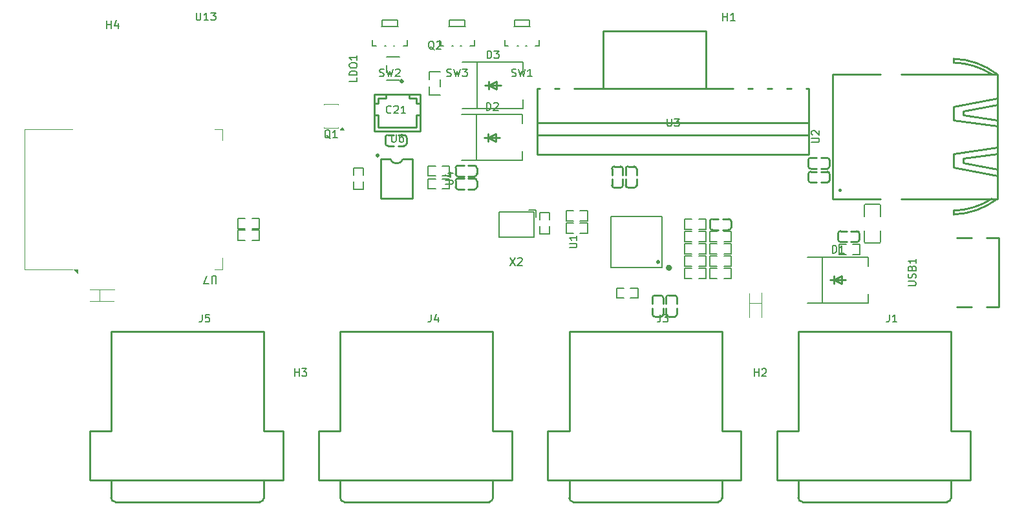
<source format=gbr>
%TF.GenerationSoftware,KiCad,Pcbnew,9.0.6*%
%TF.CreationDate,2026-01-03T23:52:13+01:00*%
%TF.ProjectId,Artnet-Node,4172746e-6574-42d4-9e6f-64652e6b6963,rev?*%
%TF.SameCoordinates,Original*%
%TF.FileFunction,Legend,Top*%
%TF.FilePolarity,Positive*%
%FSLAX46Y46*%
G04 Gerber Fmt 4.6, Leading zero omitted, Abs format (unit mm)*
G04 Created by KiCad (PCBNEW 9.0.6) date 2026-01-03 23:52:13*
%MOMM*%
%LPD*%
G01*
G04 APERTURE LIST*
%ADD10C,0.150000*%
%ADD11C,0.250000*%
%ADD12C,0.400000*%
%ADD13C,0.120000*%
%ADD14C,0.200000*%
%ADD15C,0.300000*%
%ADD16C,0.080000*%
G04 APERTURE END LIST*
D10*
X113416666Y-124204819D02*
X113416666Y-124919104D01*
X113416666Y-124919104D02*
X113369047Y-125061961D01*
X113369047Y-125061961D02*
X113273809Y-125157200D01*
X113273809Y-125157200D02*
X113130952Y-125204819D01*
X113130952Y-125204819D02*
X113035714Y-125204819D01*
X114369047Y-124204819D02*
X113892857Y-124204819D01*
X113892857Y-124204819D02*
X113845238Y-124681009D01*
X113845238Y-124681009D02*
X113892857Y-124633390D01*
X113892857Y-124633390D02*
X113988095Y-124585771D01*
X113988095Y-124585771D02*
X114226190Y-124585771D01*
X114226190Y-124585771D02*
X114321428Y-124633390D01*
X114321428Y-124633390D02*
X114369047Y-124681009D01*
X114369047Y-124681009D02*
X114416666Y-124776247D01*
X114416666Y-124776247D02*
X114416666Y-125014342D01*
X114416666Y-125014342D02*
X114369047Y-125109580D01*
X114369047Y-125109580D02*
X114321428Y-125157200D01*
X114321428Y-125157200D02*
X114226190Y-125204819D01*
X114226190Y-125204819D02*
X113988095Y-125204819D01*
X113988095Y-125204819D02*
X113892857Y-125157200D01*
X113892857Y-125157200D02*
X113845238Y-125109580D01*
X143416666Y-124204819D02*
X143416666Y-124919104D01*
X143416666Y-124919104D02*
X143369047Y-125061961D01*
X143369047Y-125061961D02*
X143273809Y-125157200D01*
X143273809Y-125157200D02*
X143130952Y-125204819D01*
X143130952Y-125204819D02*
X143035714Y-125204819D01*
X144321428Y-124538152D02*
X144321428Y-125204819D01*
X144083333Y-124157200D02*
X143845238Y-124871485D01*
X143845238Y-124871485D02*
X144464285Y-124871485D01*
X173416666Y-124204819D02*
X173416666Y-124919104D01*
X173416666Y-124919104D02*
X173369047Y-125061961D01*
X173369047Y-125061961D02*
X173273809Y-125157200D01*
X173273809Y-125157200D02*
X173130952Y-125204819D01*
X173130952Y-125204819D02*
X173035714Y-125204819D01*
X173797619Y-124204819D02*
X174416666Y-124204819D01*
X174416666Y-124204819D02*
X174083333Y-124585771D01*
X174083333Y-124585771D02*
X174226190Y-124585771D01*
X174226190Y-124585771D02*
X174321428Y-124633390D01*
X174321428Y-124633390D02*
X174369047Y-124681009D01*
X174369047Y-124681009D02*
X174416666Y-124776247D01*
X174416666Y-124776247D02*
X174416666Y-125014342D01*
X174416666Y-125014342D02*
X174369047Y-125109580D01*
X174369047Y-125109580D02*
X174321428Y-125157200D01*
X174321428Y-125157200D02*
X174226190Y-125204819D01*
X174226190Y-125204819D02*
X173940476Y-125204819D01*
X173940476Y-125204819D02*
X173845238Y-125157200D01*
X173845238Y-125157200D02*
X173797619Y-125109580D01*
X203416666Y-124204819D02*
X203416666Y-124919104D01*
X203416666Y-124919104D02*
X203369047Y-125061961D01*
X203369047Y-125061961D02*
X203273809Y-125157200D01*
X203273809Y-125157200D02*
X203130952Y-125204819D01*
X203130952Y-125204819D02*
X203035714Y-125204819D01*
X204416666Y-125204819D02*
X203845238Y-125204819D01*
X204130952Y-125204819D02*
X204130952Y-124204819D01*
X204130952Y-124204819D02*
X204035714Y-124347676D01*
X204035714Y-124347676D02*
X203940476Y-124442914D01*
X203940476Y-124442914D02*
X203845238Y-124490533D01*
X181638095Y-85704819D02*
X181638095Y-84704819D01*
X181638095Y-85181009D02*
X182209523Y-85181009D01*
X182209523Y-85704819D02*
X182209523Y-84704819D01*
X183209523Y-85704819D02*
X182638095Y-85704819D01*
X182923809Y-85704819D02*
X182923809Y-84704819D01*
X182923809Y-84704819D02*
X182828571Y-84847676D01*
X182828571Y-84847676D02*
X182733333Y-84942914D01*
X182733333Y-84942914D02*
X182638095Y-84990533D01*
X185738095Y-132304819D02*
X185738095Y-131304819D01*
X185738095Y-131781009D02*
X186309523Y-131781009D01*
X186309523Y-132304819D02*
X186309523Y-131304819D01*
X186738095Y-131400057D02*
X186785714Y-131352438D01*
X186785714Y-131352438D02*
X186880952Y-131304819D01*
X186880952Y-131304819D02*
X187119047Y-131304819D01*
X187119047Y-131304819D02*
X187214285Y-131352438D01*
X187214285Y-131352438D02*
X187261904Y-131400057D01*
X187261904Y-131400057D02*
X187309523Y-131495295D01*
X187309523Y-131495295D02*
X187309523Y-131590533D01*
X187309523Y-131590533D02*
X187261904Y-131733390D01*
X187261904Y-131733390D02*
X186690476Y-132304819D01*
X186690476Y-132304819D02*
X187309523Y-132304819D01*
X125538095Y-132304819D02*
X125538095Y-131304819D01*
X125538095Y-131781009D02*
X126109523Y-131781009D01*
X126109523Y-132304819D02*
X126109523Y-131304819D01*
X126490476Y-131304819D02*
X127109523Y-131304819D01*
X127109523Y-131304819D02*
X126776190Y-131685771D01*
X126776190Y-131685771D02*
X126919047Y-131685771D01*
X126919047Y-131685771D02*
X127014285Y-131733390D01*
X127014285Y-131733390D02*
X127061904Y-131781009D01*
X127061904Y-131781009D02*
X127109523Y-131876247D01*
X127109523Y-131876247D02*
X127109523Y-132114342D01*
X127109523Y-132114342D02*
X127061904Y-132209580D01*
X127061904Y-132209580D02*
X127014285Y-132257200D01*
X127014285Y-132257200D02*
X126919047Y-132304819D01*
X126919047Y-132304819D02*
X126633333Y-132304819D01*
X126633333Y-132304819D02*
X126538095Y-132257200D01*
X126538095Y-132257200D02*
X126490476Y-132209580D01*
X100938095Y-86704819D02*
X100938095Y-85704819D01*
X100938095Y-86181009D02*
X101509523Y-86181009D01*
X101509523Y-86704819D02*
X101509523Y-85704819D01*
X102414285Y-86038152D02*
X102414285Y-86704819D01*
X102176190Y-85657200D02*
X101938095Y-86371485D01*
X101938095Y-86371485D02*
X102557142Y-86371485D01*
X153966667Y-92987200D02*
X154109524Y-93034819D01*
X154109524Y-93034819D02*
X154347619Y-93034819D01*
X154347619Y-93034819D02*
X154442857Y-92987200D01*
X154442857Y-92987200D02*
X154490476Y-92939580D01*
X154490476Y-92939580D02*
X154538095Y-92844342D01*
X154538095Y-92844342D02*
X154538095Y-92749104D01*
X154538095Y-92749104D02*
X154490476Y-92653866D01*
X154490476Y-92653866D02*
X154442857Y-92606247D01*
X154442857Y-92606247D02*
X154347619Y-92558628D01*
X154347619Y-92558628D02*
X154157143Y-92511009D01*
X154157143Y-92511009D02*
X154061905Y-92463390D01*
X154061905Y-92463390D02*
X154014286Y-92415771D01*
X154014286Y-92415771D02*
X153966667Y-92320533D01*
X153966667Y-92320533D02*
X153966667Y-92225295D01*
X153966667Y-92225295D02*
X154014286Y-92130057D01*
X154014286Y-92130057D02*
X154061905Y-92082438D01*
X154061905Y-92082438D02*
X154157143Y-92034819D01*
X154157143Y-92034819D02*
X154395238Y-92034819D01*
X154395238Y-92034819D02*
X154538095Y-92082438D01*
X154871429Y-92034819D02*
X155109524Y-93034819D01*
X155109524Y-93034819D02*
X155300000Y-92320533D01*
X155300000Y-92320533D02*
X155490476Y-93034819D01*
X155490476Y-93034819D02*
X155728572Y-92034819D01*
X156633333Y-93034819D02*
X156061905Y-93034819D01*
X156347619Y-93034819D02*
X156347619Y-92034819D01*
X156347619Y-92034819D02*
X156252381Y-92177676D01*
X156252381Y-92177676D02*
X156157143Y-92272914D01*
X156157143Y-92272914D02*
X156061905Y-92320533D01*
X136666667Y-92987200D02*
X136809524Y-93034819D01*
X136809524Y-93034819D02*
X137047619Y-93034819D01*
X137047619Y-93034819D02*
X137142857Y-92987200D01*
X137142857Y-92987200D02*
X137190476Y-92939580D01*
X137190476Y-92939580D02*
X137238095Y-92844342D01*
X137238095Y-92844342D02*
X137238095Y-92749104D01*
X137238095Y-92749104D02*
X137190476Y-92653866D01*
X137190476Y-92653866D02*
X137142857Y-92606247D01*
X137142857Y-92606247D02*
X137047619Y-92558628D01*
X137047619Y-92558628D02*
X136857143Y-92511009D01*
X136857143Y-92511009D02*
X136761905Y-92463390D01*
X136761905Y-92463390D02*
X136714286Y-92415771D01*
X136714286Y-92415771D02*
X136666667Y-92320533D01*
X136666667Y-92320533D02*
X136666667Y-92225295D01*
X136666667Y-92225295D02*
X136714286Y-92130057D01*
X136714286Y-92130057D02*
X136761905Y-92082438D01*
X136761905Y-92082438D02*
X136857143Y-92034819D01*
X136857143Y-92034819D02*
X137095238Y-92034819D01*
X137095238Y-92034819D02*
X137238095Y-92082438D01*
X137571429Y-92034819D02*
X137809524Y-93034819D01*
X137809524Y-93034819D02*
X138000000Y-92320533D01*
X138000000Y-92320533D02*
X138190476Y-93034819D01*
X138190476Y-93034819D02*
X138428572Y-92034819D01*
X138761905Y-92130057D02*
X138809524Y-92082438D01*
X138809524Y-92082438D02*
X138904762Y-92034819D01*
X138904762Y-92034819D02*
X139142857Y-92034819D01*
X139142857Y-92034819D02*
X139238095Y-92082438D01*
X139238095Y-92082438D02*
X139285714Y-92130057D01*
X139285714Y-92130057D02*
X139333333Y-92225295D01*
X139333333Y-92225295D02*
X139333333Y-92320533D01*
X139333333Y-92320533D02*
X139285714Y-92463390D01*
X139285714Y-92463390D02*
X138714286Y-93034819D01*
X138714286Y-93034819D02*
X139333333Y-93034819D01*
X145466667Y-92987200D02*
X145609524Y-93034819D01*
X145609524Y-93034819D02*
X145847619Y-93034819D01*
X145847619Y-93034819D02*
X145942857Y-92987200D01*
X145942857Y-92987200D02*
X145990476Y-92939580D01*
X145990476Y-92939580D02*
X146038095Y-92844342D01*
X146038095Y-92844342D02*
X146038095Y-92749104D01*
X146038095Y-92749104D02*
X145990476Y-92653866D01*
X145990476Y-92653866D02*
X145942857Y-92606247D01*
X145942857Y-92606247D02*
X145847619Y-92558628D01*
X145847619Y-92558628D02*
X145657143Y-92511009D01*
X145657143Y-92511009D02*
X145561905Y-92463390D01*
X145561905Y-92463390D02*
X145514286Y-92415771D01*
X145514286Y-92415771D02*
X145466667Y-92320533D01*
X145466667Y-92320533D02*
X145466667Y-92225295D01*
X145466667Y-92225295D02*
X145514286Y-92130057D01*
X145514286Y-92130057D02*
X145561905Y-92082438D01*
X145561905Y-92082438D02*
X145657143Y-92034819D01*
X145657143Y-92034819D02*
X145895238Y-92034819D01*
X145895238Y-92034819D02*
X146038095Y-92082438D01*
X146371429Y-92034819D02*
X146609524Y-93034819D01*
X146609524Y-93034819D02*
X146800000Y-92320533D01*
X146800000Y-92320533D02*
X146990476Y-93034819D01*
X146990476Y-93034819D02*
X147228572Y-92034819D01*
X147514286Y-92034819D02*
X148133333Y-92034819D01*
X148133333Y-92034819D02*
X147800000Y-92415771D01*
X147800000Y-92415771D02*
X147942857Y-92415771D01*
X147942857Y-92415771D02*
X148038095Y-92463390D01*
X148038095Y-92463390D02*
X148085714Y-92511009D01*
X148085714Y-92511009D02*
X148133333Y-92606247D01*
X148133333Y-92606247D02*
X148133333Y-92844342D01*
X148133333Y-92844342D02*
X148085714Y-92939580D01*
X148085714Y-92939580D02*
X148038095Y-92987200D01*
X148038095Y-92987200D02*
X147942857Y-93034819D01*
X147942857Y-93034819D02*
X147657143Y-93034819D01*
X147657143Y-93034819D02*
X147561905Y-92987200D01*
X147561905Y-92987200D02*
X147514286Y-92939580D01*
X193234819Y-101661904D02*
X194044342Y-101661904D01*
X194044342Y-101661904D02*
X194139580Y-101614285D01*
X194139580Y-101614285D02*
X194187200Y-101566666D01*
X194187200Y-101566666D02*
X194234819Y-101471428D01*
X194234819Y-101471428D02*
X194234819Y-101280952D01*
X194234819Y-101280952D02*
X194187200Y-101185714D01*
X194187200Y-101185714D02*
X194139580Y-101138095D01*
X194139580Y-101138095D02*
X194044342Y-101090476D01*
X194044342Y-101090476D02*
X193234819Y-101090476D01*
X193330057Y-100661904D02*
X193282438Y-100614285D01*
X193282438Y-100614285D02*
X193234819Y-100519047D01*
X193234819Y-100519047D02*
X193234819Y-100280952D01*
X193234819Y-100280952D02*
X193282438Y-100185714D01*
X193282438Y-100185714D02*
X193330057Y-100138095D01*
X193330057Y-100138095D02*
X193425295Y-100090476D01*
X193425295Y-100090476D02*
X193520533Y-100090476D01*
X193520533Y-100090476D02*
X193663390Y-100138095D01*
X193663390Y-100138095D02*
X194234819Y-100709523D01*
X194234819Y-100709523D02*
X194234819Y-100090476D01*
X145254819Y-107171904D02*
X146064342Y-107171904D01*
X146064342Y-107171904D02*
X146159580Y-107124285D01*
X146159580Y-107124285D02*
X146207200Y-107076666D01*
X146207200Y-107076666D02*
X146254819Y-106981428D01*
X146254819Y-106981428D02*
X146254819Y-106790952D01*
X146254819Y-106790952D02*
X146207200Y-106695714D01*
X146207200Y-106695714D02*
X146159580Y-106648095D01*
X146159580Y-106648095D02*
X146064342Y-106600476D01*
X146064342Y-106600476D02*
X145254819Y-106600476D01*
X145588152Y-105695714D02*
X146254819Y-105695714D01*
X145207200Y-105933809D02*
X145921485Y-106171904D01*
X145921485Y-106171904D02*
X145921485Y-105552857D01*
X115261904Y-120145180D02*
X115261904Y-119335657D01*
X115261904Y-119335657D02*
X115214285Y-119240419D01*
X115214285Y-119240419D02*
X115166666Y-119192800D01*
X115166666Y-119192800D02*
X115071428Y-119145180D01*
X115071428Y-119145180D02*
X114880952Y-119145180D01*
X114880952Y-119145180D02*
X114785714Y-119192800D01*
X114785714Y-119192800D02*
X114738095Y-119240419D01*
X114738095Y-119240419D02*
X114690476Y-119335657D01*
X114690476Y-119335657D02*
X114690476Y-120145180D01*
X114309523Y-120145180D02*
X113642857Y-120145180D01*
X113642857Y-120145180D02*
X114071428Y-119145180D01*
X205892319Y-120438094D02*
X206701842Y-120438094D01*
X206701842Y-120438094D02*
X206797080Y-120390475D01*
X206797080Y-120390475D02*
X206844700Y-120342856D01*
X206844700Y-120342856D02*
X206892319Y-120247618D01*
X206892319Y-120247618D02*
X206892319Y-120057142D01*
X206892319Y-120057142D02*
X206844700Y-119961904D01*
X206844700Y-119961904D02*
X206797080Y-119914285D01*
X206797080Y-119914285D02*
X206701842Y-119866666D01*
X206701842Y-119866666D02*
X205892319Y-119866666D01*
X206844700Y-119438094D02*
X206892319Y-119295237D01*
X206892319Y-119295237D02*
X206892319Y-119057142D01*
X206892319Y-119057142D02*
X206844700Y-118961904D01*
X206844700Y-118961904D02*
X206797080Y-118914285D01*
X206797080Y-118914285D02*
X206701842Y-118866666D01*
X206701842Y-118866666D02*
X206606604Y-118866666D01*
X206606604Y-118866666D02*
X206511366Y-118914285D01*
X206511366Y-118914285D02*
X206463747Y-118961904D01*
X206463747Y-118961904D02*
X206416128Y-119057142D01*
X206416128Y-119057142D02*
X206368509Y-119247618D01*
X206368509Y-119247618D02*
X206320890Y-119342856D01*
X206320890Y-119342856D02*
X206273271Y-119390475D01*
X206273271Y-119390475D02*
X206178033Y-119438094D01*
X206178033Y-119438094D02*
X206082795Y-119438094D01*
X206082795Y-119438094D02*
X205987557Y-119390475D01*
X205987557Y-119390475D02*
X205939938Y-119342856D01*
X205939938Y-119342856D02*
X205892319Y-119247618D01*
X205892319Y-119247618D02*
X205892319Y-119009523D01*
X205892319Y-119009523D02*
X205939938Y-118866666D01*
X206368509Y-118104761D02*
X206416128Y-117961904D01*
X206416128Y-117961904D02*
X206463747Y-117914285D01*
X206463747Y-117914285D02*
X206558985Y-117866666D01*
X206558985Y-117866666D02*
X206701842Y-117866666D01*
X206701842Y-117866666D02*
X206797080Y-117914285D01*
X206797080Y-117914285D02*
X206844700Y-117961904D01*
X206844700Y-117961904D02*
X206892319Y-118057142D01*
X206892319Y-118057142D02*
X206892319Y-118438094D01*
X206892319Y-118438094D02*
X205892319Y-118438094D01*
X205892319Y-118438094D02*
X205892319Y-118104761D01*
X205892319Y-118104761D02*
X205939938Y-118009523D01*
X205939938Y-118009523D02*
X205987557Y-117961904D01*
X205987557Y-117961904D02*
X206082795Y-117914285D01*
X206082795Y-117914285D02*
X206178033Y-117914285D01*
X206178033Y-117914285D02*
X206273271Y-117961904D01*
X206273271Y-117961904D02*
X206320890Y-118009523D01*
X206320890Y-118009523D02*
X206368509Y-118104761D01*
X206368509Y-118104761D02*
X206368509Y-118438094D01*
X206892319Y-116914285D02*
X206892319Y-117485713D01*
X206892319Y-117199999D02*
X205892319Y-117199999D01*
X205892319Y-117199999D02*
X206035176Y-117295237D01*
X206035176Y-117295237D02*
X206130414Y-117390475D01*
X206130414Y-117390475D02*
X206178033Y-117485713D01*
X161504819Y-115461904D02*
X162314342Y-115461904D01*
X162314342Y-115461904D02*
X162409580Y-115414285D01*
X162409580Y-115414285D02*
X162457200Y-115366666D01*
X162457200Y-115366666D02*
X162504819Y-115271428D01*
X162504819Y-115271428D02*
X162504819Y-115080952D01*
X162504819Y-115080952D02*
X162457200Y-114985714D01*
X162457200Y-114985714D02*
X162409580Y-114938095D01*
X162409580Y-114938095D02*
X162314342Y-114890476D01*
X162314342Y-114890476D02*
X161504819Y-114890476D01*
X162504819Y-113890476D02*
X162504819Y-114461904D01*
X162504819Y-114176190D02*
X161504819Y-114176190D01*
X161504819Y-114176190D02*
X161647676Y-114271428D01*
X161647676Y-114271428D02*
X161742914Y-114366666D01*
X161742914Y-114366666D02*
X161790533Y-114461904D01*
X133704819Y-93190476D02*
X133704819Y-93666666D01*
X133704819Y-93666666D02*
X132704819Y-93666666D01*
X133704819Y-92857142D02*
X132704819Y-92857142D01*
X132704819Y-92857142D02*
X132704819Y-92619047D01*
X132704819Y-92619047D02*
X132752438Y-92476190D01*
X132752438Y-92476190D02*
X132847676Y-92380952D01*
X132847676Y-92380952D02*
X132942914Y-92333333D01*
X132942914Y-92333333D02*
X133133390Y-92285714D01*
X133133390Y-92285714D02*
X133276247Y-92285714D01*
X133276247Y-92285714D02*
X133466723Y-92333333D01*
X133466723Y-92333333D02*
X133561961Y-92380952D01*
X133561961Y-92380952D02*
X133657200Y-92476190D01*
X133657200Y-92476190D02*
X133704819Y-92619047D01*
X133704819Y-92619047D02*
X133704819Y-92857142D01*
X132704819Y-91666666D02*
X132704819Y-91476190D01*
X132704819Y-91476190D02*
X132752438Y-91380952D01*
X132752438Y-91380952D02*
X132847676Y-91285714D01*
X132847676Y-91285714D02*
X133038152Y-91238095D01*
X133038152Y-91238095D02*
X133371485Y-91238095D01*
X133371485Y-91238095D02*
X133561961Y-91285714D01*
X133561961Y-91285714D02*
X133657200Y-91380952D01*
X133657200Y-91380952D02*
X133704819Y-91476190D01*
X133704819Y-91476190D02*
X133704819Y-91666666D01*
X133704819Y-91666666D02*
X133657200Y-91761904D01*
X133657200Y-91761904D02*
X133561961Y-91857142D01*
X133561961Y-91857142D02*
X133371485Y-91904761D01*
X133371485Y-91904761D02*
X133038152Y-91904761D01*
X133038152Y-91904761D02*
X132847676Y-91857142D01*
X132847676Y-91857142D02*
X132752438Y-91761904D01*
X132752438Y-91761904D02*
X132704819Y-91666666D01*
X133704819Y-90285714D02*
X133704819Y-90857142D01*
X133704819Y-90571428D02*
X132704819Y-90571428D01*
X132704819Y-90571428D02*
X132847676Y-90666666D01*
X132847676Y-90666666D02*
X132942914Y-90761904D01*
X132942914Y-90761904D02*
X132990533Y-90857142D01*
X143804761Y-89500057D02*
X143709523Y-89452438D01*
X143709523Y-89452438D02*
X143614285Y-89357200D01*
X143614285Y-89357200D02*
X143471428Y-89214342D01*
X143471428Y-89214342D02*
X143376190Y-89166723D01*
X143376190Y-89166723D02*
X143280952Y-89166723D01*
X143328571Y-89404819D02*
X143233333Y-89357200D01*
X143233333Y-89357200D02*
X143138095Y-89261961D01*
X143138095Y-89261961D02*
X143090476Y-89071485D01*
X143090476Y-89071485D02*
X143090476Y-88738152D01*
X143090476Y-88738152D02*
X143138095Y-88547676D01*
X143138095Y-88547676D02*
X143233333Y-88452438D01*
X143233333Y-88452438D02*
X143328571Y-88404819D01*
X143328571Y-88404819D02*
X143519047Y-88404819D01*
X143519047Y-88404819D02*
X143614285Y-88452438D01*
X143614285Y-88452438D02*
X143709523Y-88547676D01*
X143709523Y-88547676D02*
X143757142Y-88738152D01*
X143757142Y-88738152D02*
X143757142Y-89071485D01*
X143757142Y-89071485D02*
X143709523Y-89261961D01*
X143709523Y-89261961D02*
X143614285Y-89357200D01*
X143614285Y-89357200D02*
X143519047Y-89404819D01*
X143519047Y-89404819D02*
X143328571Y-89404819D01*
X144138095Y-88500057D02*
X144185714Y-88452438D01*
X144185714Y-88452438D02*
X144280952Y-88404819D01*
X144280952Y-88404819D02*
X144519047Y-88404819D01*
X144519047Y-88404819D02*
X144614285Y-88452438D01*
X144614285Y-88452438D02*
X144661904Y-88500057D01*
X144661904Y-88500057D02*
X144709523Y-88595295D01*
X144709523Y-88595295D02*
X144709523Y-88690533D01*
X144709523Y-88690533D02*
X144661904Y-88833390D01*
X144661904Y-88833390D02*
X144090476Y-89404819D01*
X144090476Y-89404819D02*
X144709523Y-89404819D01*
X174338095Y-98554819D02*
X174338095Y-99364342D01*
X174338095Y-99364342D02*
X174385714Y-99459580D01*
X174385714Y-99459580D02*
X174433333Y-99507200D01*
X174433333Y-99507200D02*
X174528571Y-99554819D01*
X174528571Y-99554819D02*
X174719047Y-99554819D01*
X174719047Y-99554819D02*
X174814285Y-99507200D01*
X174814285Y-99507200D02*
X174861904Y-99459580D01*
X174861904Y-99459580D02*
X174909523Y-99364342D01*
X174909523Y-99364342D02*
X174909523Y-98554819D01*
X175290476Y-98554819D02*
X175909523Y-98554819D01*
X175909523Y-98554819D02*
X175576190Y-98935771D01*
X175576190Y-98935771D02*
X175719047Y-98935771D01*
X175719047Y-98935771D02*
X175814285Y-98983390D01*
X175814285Y-98983390D02*
X175861904Y-99031009D01*
X175861904Y-99031009D02*
X175909523Y-99126247D01*
X175909523Y-99126247D02*
X175909523Y-99364342D01*
X175909523Y-99364342D02*
X175861904Y-99459580D01*
X175861904Y-99459580D02*
X175814285Y-99507200D01*
X175814285Y-99507200D02*
X175719047Y-99554819D01*
X175719047Y-99554819D02*
X175433333Y-99554819D01*
X175433333Y-99554819D02*
X175338095Y-99507200D01*
X175338095Y-99507200D02*
X175290476Y-99459580D01*
X112661905Y-84654819D02*
X112661905Y-85464342D01*
X112661905Y-85464342D02*
X112709524Y-85559580D01*
X112709524Y-85559580D02*
X112757143Y-85607200D01*
X112757143Y-85607200D02*
X112852381Y-85654819D01*
X112852381Y-85654819D02*
X113042857Y-85654819D01*
X113042857Y-85654819D02*
X113138095Y-85607200D01*
X113138095Y-85607200D02*
X113185714Y-85559580D01*
X113185714Y-85559580D02*
X113233333Y-85464342D01*
X113233333Y-85464342D02*
X113233333Y-84654819D01*
X114233333Y-85654819D02*
X113661905Y-85654819D01*
X113947619Y-85654819D02*
X113947619Y-84654819D01*
X113947619Y-84654819D02*
X113852381Y-84797676D01*
X113852381Y-84797676D02*
X113757143Y-84892914D01*
X113757143Y-84892914D02*
X113661905Y-84940533D01*
X114566667Y-84654819D02*
X115185714Y-84654819D01*
X115185714Y-84654819D02*
X114852381Y-85035771D01*
X114852381Y-85035771D02*
X114995238Y-85035771D01*
X114995238Y-85035771D02*
X115090476Y-85083390D01*
X115090476Y-85083390D02*
X115138095Y-85131009D01*
X115138095Y-85131009D02*
X115185714Y-85226247D01*
X115185714Y-85226247D02*
X115185714Y-85464342D01*
X115185714Y-85464342D02*
X115138095Y-85559580D01*
X115138095Y-85559580D02*
X115090476Y-85607200D01*
X115090476Y-85607200D02*
X114995238Y-85654819D01*
X114995238Y-85654819D02*
X114709524Y-85654819D01*
X114709524Y-85654819D02*
X114614286Y-85607200D01*
X114614286Y-85607200D02*
X114566667Y-85559580D01*
X195961905Y-116154819D02*
X195961905Y-115154819D01*
X195961905Y-115154819D02*
X196200000Y-115154819D01*
X196200000Y-115154819D02*
X196342857Y-115202438D01*
X196342857Y-115202438D02*
X196438095Y-115297676D01*
X196438095Y-115297676D02*
X196485714Y-115392914D01*
X196485714Y-115392914D02*
X196533333Y-115583390D01*
X196533333Y-115583390D02*
X196533333Y-115726247D01*
X196533333Y-115726247D02*
X196485714Y-115916723D01*
X196485714Y-115916723D02*
X196438095Y-116011961D01*
X196438095Y-116011961D02*
X196342857Y-116107200D01*
X196342857Y-116107200D02*
X196200000Y-116154819D01*
X196200000Y-116154819D02*
X195961905Y-116154819D01*
X197485714Y-116154819D02*
X196914286Y-116154819D01*
X197200000Y-116154819D02*
X197200000Y-115154819D01*
X197200000Y-115154819D02*
X197104762Y-115297676D01*
X197104762Y-115297676D02*
X197009524Y-115392914D01*
X197009524Y-115392914D02*
X196914286Y-115440533D01*
X138157142Y-97759580D02*
X138109523Y-97807200D01*
X138109523Y-97807200D02*
X137966666Y-97854819D01*
X137966666Y-97854819D02*
X137871428Y-97854819D01*
X137871428Y-97854819D02*
X137728571Y-97807200D01*
X137728571Y-97807200D02*
X137633333Y-97711961D01*
X137633333Y-97711961D02*
X137585714Y-97616723D01*
X137585714Y-97616723D02*
X137538095Y-97426247D01*
X137538095Y-97426247D02*
X137538095Y-97283390D01*
X137538095Y-97283390D02*
X137585714Y-97092914D01*
X137585714Y-97092914D02*
X137633333Y-96997676D01*
X137633333Y-96997676D02*
X137728571Y-96902438D01*
X137728571Y-96902438D02*
X137871428Y-96854819D01*
X137871428Y-96854819D02*
X137966666Y-96854819D01*
X137966666Y-96854819D02*
X138109523Y-96902438D01*
X138109523Y-96902438D02*
X138157142Y-96950057D01*
X138538095Y-96950057D02*
X138585714Y-96902438D01*
X138585714Y-96902438D02*
X138680952Y-96854819D01*
X138680952Y-96854819D02*
X138919047Y-96854819D01*
X138919047Y-96854819D02*
X139014285Y-96902438D01*
X139014285Y-96902438D02*
X139061904Y-96950057D01*
X139061904Y-96950057D02*
X139109523Y-97045295D01*
X139109523Y-97045295D02*
X139109523Y-97140533D01*
X139109523Y-97140533D02*
X139061904Y-97283390D01*
X139061904Y-97283390D02*
X138490476Y-97854819D01*
X138490476Y-97854819D02*
X139109523Y-97854819D01*
X140061904Y-97854819D02*
X139490476Y-97854819D01*
X139776190Y-97854819D02*
X139776190Y-96854819D01*
X139776190Y-96854819D02*
X139680952Y-96997676D01*
X139680952Y-96997676D02*
X139585714Y-97092914D01*
X139585714Y-97092914D02*
X139490476Y-97140533D01*
X150661905Y-97454819D02*
X150661905Y-96454819D01*
X150661905Y-96454819D02*
X150900000Y-96454819D01*
X150900000Y-96454819D02*
X151042857Y-96502438D01*
X151042857Y-96502438D02*
X151138095Y-96597676D01*
X151138095Y-96597676D02*
X151185714Y-96692914D01*
X151185714Y-96692914D02*
X151233333Y-96883390D01*
X151233333Y-96883390D02*
X151233333Y-97026247D01*
X151233333Y-97026247D02*
X151185714Y-97216723D01*
X151185714Y-97216723D02*
X151138095Y-97311961D01*
X151138095Y-97311961D02*
X151042857Y-97407200D01*
X151042857Y-97407200D02*
X150900000Y-97454819D01*
X150900000Y-97454819D02*
X150661905Y-97454819D01*
X151614286Y-96550057D02*
X151661905Y-96502438D01*
X151661905Y-96502438D02*
X151757143Y-96454819D01*
X151757143Y-96454819D02*
X151995238Y-96454819D01*
X151995238Y-96454819D02*
X152090476Y-96502438D01*
X152090476Y-96502438D02*
X152138095Y-96550057D01*
X152138095Y-96550057D02*
X152185714Y-96645295D01*
X152185714Y-96645295D02*
X152185714Y-96740533D01*
X152185714Y-96740533D02*
X152138095Y-96883390D01*
X152138095Y-96883390D02*
X151566667Y-97454819D01*
X151566667Y-97454819D02*
X152185714Y-97454819D01*
X138238095Y-100604819D02*
X138238095Y-101414342D01*
X138238095Y-101414342D02*
X138285714Y-101509580D01*
X138285714Y-101509580D02*
X138333333Y-101557200D01*
X138333333Y-101557200D02*
X138428571Y-101604819D01*
X138428571Y-101604819D02*
X138619047Y-101604819D01*
X138619047Y-101604819D02*
X138714285Y-101557200D01*
X138714285Y-101557200D02*
X138761904Y-101509580D01*
X138761904Y-101509580D02*
X138809523Y-101414342D01*
X138809523Y-101414342D02*
X138809523Y-100604819D01*
X139714285Y-100604819D02*
X139523809Y-100604819D01*
X139523809Y-100604819D02*
X139428571Y-100652438D01*
X139428571Y-100652438D02*
X139380952Y-100700057D01*
X139380952Y-100700057D02*
X139285714Y-100842914D01*
X139285714Y-100842914D02*
X139238095Y-101033390D01*
X139238095Y-101033390D02*
X139238095Y-101414342D01*
X139238095Y-101414342D02*
X139285714Y-101509580D01*
X139285714Y-101509580D02*
X139333333Y-101557200D01*
X139333333Y-101557200D02*
X139428571Y-101604819D01*
X139428571Y-101604819D02*
X139619047Y-101604819D01*
X139619047Y-101604819D02*
X139714285Y-101557200D01*
X139714285Y-101557200D02*
X139761904Y-101509580D01*
X139761904Y-101509580D02*
X139809523Y-101414342D01*
X139809523Y-101414342D02*
X139809523Y-101176247D01*
X139809523Y-101176247D02*
X139761904Y-101081009D01*
X139761904Y-101081009D02*
X139714285Y-101033390D01*
X139714285Y-101033390D02*
X139619047Y-100985771D01*
X139619047Y-100985771D02*
X139428571Y-100985771D01*
X139428571Y-100985771D02*
X139333333Y-101033390D01*
X139333333Y-101033390D02*
X139285714Y-101081009D01*
X139285714Y-101081009D02*
X139238095Y-101176247D01*
X153760476Y-116764819D02*
X154427142Y-117764819D01*
X154427142Y-116764819D02*
X153760476Y-117764819D01*
X154760476Y-116860057D02*
X154808095Y-116812438D01*
X154808095Y-116812438D02*
X154903333Y-116764819D01*
X154903333Y-116764819D02*
X155141428Y-116764819D01*
X155141428Y-116764819D02*
X155236666Y-116812438D01*
X155236666Y-116812438D02*
X155284285Y-116860057D01*
X155284285Y-116860057D02*
X155331904Y-116955295D01*
X155331904Y-116955295D02*
X155331904Y-117050533D01*
X155331904Y-117050533D02*
X155284285Y-117193390D01*
X155284285Y-117193390D02*
X154712857Y-117764819D01*
X154712857Y-117764819D02*
X155331904Y-117764819D01*
X130204761Y-101150057D02*
X130109523Y-101102438D01*
X130109523Y-101102438D02*
X130014285Y-101007200D01*
X130014285Y-101007200D02*
X129871428Y-100864342D01*
X129871428Y-100864342D02*
X129776190Y-100816723D01*
X129776190Y-100816723D02*
X129680952Y-100816723D01*
X129728571Y-101054819D02*
X129633333Y-101007200D01*
X129633333Y-101007200D02*
X129538095Y-100911961D01*
X129538095Y-100911961D02*
X129490476Y-100721485D01*
X129490476Y-100721485D02*
X129490476Y-100388152D01*
X129490476Y-100388152D02*
X129538095Y-100197676D01*
X129538095Y-100197676D02*
X129633333Y-100102438D01*
X129633333Y-100102438D02*
X129728571Y-100054819D01*
X129728571Y-100054819D02*
X129919047Y-100054819D01*
X129919047Y-100054819D02*
X130014285Y-100102438D01*
X130014285Y-100102438D02*
X130109523Y-100197676D01*
X130109523Y-100197676D02*
X130157142Y-100388152D01*
X130157142Y-100388152D02*
X130157142Y-100721485D01*
X130157142Y-100721485D02*
X130109523Y-100911961D01*
X130109523Y-100911961D02*
X130014285Y-101007200D01*
X130014285Y-101007200D02*
X129919047Y-101054819D01*
X129919047Y-101054819D02*
X129728571Y-101054819D01*
X131109523Y-101054819D02*
X130538095Y-101054819D01*
X130823809Y-101054819D02*
X130823809Y-100054819D01*
X130823809Y-100054819D02*
X130728571Y-100197676D01*
X130728571Y-100197676D02*
X130633333Y-100292914D01*
X130633333Y-100292914D02*
X130538095Y-100340533D01*
X150761905Y-90654819D02*
X150761905Y-89654819D01*
X150761905Y-89654819D02*
X151000000Y-89654819D01*
X151000000Y-89654819D02*
X151142857Y-89702438D01*
X151142857Y-89702438D02*
X151238095Y-89797676D01*
X151238095Y-89797676D02*
X151285714Y-89892914D01*
X151285714Y-89892914D02*
X151333333Y-90083390D01*
X151333333Y-90083390D02*
X151333333Y-90226247D01*
X151333333Y-90226247D02*
X151285714Y-90416723D01*
X151285714Y-90416723D02*
X151238095Y-90511961D01*
X151238095Y-90511961D02*
X151142857Y-90607200D01*
X151142857Y-90607200D02*
X151000000Y-90654819D01*
X151000000Y-90654819D02*
X150761905Y-90654819D01*
X151666667Y-89654819D02*
X152285714Y-89654819D01*
X152285714Y-89654819D02*
X151952381Y-90035771D01*
X151952381Y-90035771D02*
X152095238Y-90035771D01*
X152095238Y-90035771D02*
X152190476Y-90083390D01*
X152190476Y-90083390D02*
X152238095Y-90131009D01*
X152238095Y-90131009D02*
X152285714Y-90226247D01*
X152285714Y-90226247D02*
X152285714Y-90464342D01*
X152285714Y-90464342D02*
X152238095Y-90559580D01*
X152238095Y-90559580D02*
X152190476Y-90607200D01*
X152190476Y-90607200D02*
X152095238Y-90654819D01*
X152095238Y-90654819D02*
X151809524Y-90654819D01*
X151809524Y-90654819D02*
X151714286Y-90607200D01*
X151714286Y-90607200D02*
X151666667Y-90559580D01*
D11*
%TO.C,J5*%
X101500000Y-139450000D02*
X98700000Y-139450000D01*
X101500000Y-139450000D02*
X101500000Y-126450000D01*
X121500000Y-139450000D02*
X121500000Y-126450000D01*
X98700000Y-145950000D02*
X98700000Y-139450000D01*
X124000000Y-139450000D02*
X121500000Y-139450000D01*
X101500000Y-145950000D02*
X101500000Y-148250000D01*
X121500000Y-145950000D02*
X121500000Y-148250000D01*
X121500000Y-126450000D02*
X101500000Y-126450000D01*
X121000000Y-148750000D02*
X102000000Y-148750000D01*
X124000000Y-145950000D02*
X124000000Y-139450000D01*
X124000000Y-145950000D02*
X98700000Y-145950000D01*
X121500000Y-148250000D02*
G75*
G02*
X121000000Y-148750000I-500000J0D01*
G01*
X102000000Y-148750000D02*
G75*
G02*
X101500000Y-148250000I0J500000D01*
G01*
%TO.C,J4*%
X131500000Y-139450000D02*
X128700000Y-139450000D01*
X131500000Y-139450000D02*
X131500000Y-126450000D01*
X151500000Y-139450000D02*
X151500000Y-126450000D01*
X128700000Y-145950000D02*
X128700000Y-139450000D01*
X154000000Y-139450000D02*
X151500000Y-139450000D01*
X131500000Y-145950000D02*
X131500000Y-148250000D01*
X151500000Y-145950000D02*
X151500000Y-148250000D01*
X151500000Y-126450000D02*
X131500000Y-126450000D01*
X151000000Y-148750000D02*
X132000000Y-148750000D01*
X154000000Y-145950000D02*
X154000000Y-139450000D01*
X154000000Y-145950000D02*
X128700000Y-145950000D01*
X151500000Y-148250000D02*
G75*
G02*
X151000000Y-148750000I-500000J0D01*
G01*
X132000000Y-148750000D02*
G75*
G02*
X131500000Y-148250000I0J500000D01*
G01*
%TO.C,J3*%
X161500000Y-139450000D02*
X158700000Y-139450000D01*
X161500000Y-139450000D02*
X161500000Y-126450000D01*
X181500000Y-139450000D02*
X181500000Y-126450000D01*
X158700000Y-145950000D02*
X158700000Y-139450000D01*
X184000000Y-139450000D02*
X181500000Y-139450000D01*
X161500000Y-145950000D02*
X161500000Y-148250000D01*
X181500000Y-145950000D02*
X181500000Y-148250000D01*
X181500000Y-126450000D02*
X161500000Y-126450000D01*
X181000000Y-148750000D02*
X162000000Y-148750000D01*
X184000000Y-145950000D02*
X184000000Y-139450000D01*
X184000000Y-145950000D02*
X158700000Y-145950000D01*
X181500000Y-148250000D02*
G75*
G02*
X181000000Y-148750000I-500000J0D01*
G01*
X162000000Y-148750000D02*
G75*
G02*
X161500000Y-148250000I0J500000D01*
G01*
%TO.C,J1*%
X191500000Y-139450000D02*
X188700000Y-139450000D01*
X191500000Y-139450000D02*
X191500000Y-126450000D01*
X211500000Y-139450000D02*
X211500000Y-126450000D01*
X188700000Y-145950000D02*
X188700000Y-139450000D01*
X214000000Y-139450000D02*
X211500000Y-139450000D01*
X191500000Y-145950000D02*
X191500000Y-148250000D01*
X211500000Y-145950000D02*
X211500000Y-148250000D01*
X211500000Y-126450000D02*
X191500000Y-126450000D01*
X211000000Y-148750000D02*
X192000000Y-148750000D01*
X214000000Y-145950000D02*
X214000000Y-139450000D01*
X214000000Y-145950000D02*
X188700000Y-145950000D01*
X211500000Y-148250000D02*
G75*
G02*
X211000000Y-148750000I-500000J0D01*
G01*
X192000000Y-148750000D02*
G75*
G02*
X191500000Y-148250000I0J500000D01*
G01*
D10*
%TO.C,SW1*%
X157550000Y-89030000D02*
X157550000Y-88250000D01*
X157040000Y-89030000D02*
X157550000Y-89030000D01*
X156300000Y-86470000D02*
X156370000Y-86470000D01*
X156300000Y-86470000D02*
X154300000Y-86470000D01*
X156300000Y-85630000D02*
X156300000Y-86470000D01*
X155770000Y-89030000D02*
X155930000Y-89030000D01*
X154640000Y-89030000D02*
X154810000Y-89030000D01*
X154300000Y-86470000D02*
X154300000Y-85630000D01*
X154300000Y-85630000D02*
X156300000Y-85630000D01*
X154230000Y-86470000D02*
X154300000Y-86470000D01*
X153050000Y-89030000D02*
X153530000Y-89030000D01*
X153050000Y-89030000D02*
X153050000Y-88250000D01*
%TO.C,SW2*%
X140250000Y-89030000D02*
X140250000Y-88250000D01*
X139740000Y-89030000D02*
X140250000Y-89030000D01*
X139000000Y-86470000D02*
X139070000Y-86470000D01*
X139000000Y-86470000D02*
X137000000Y-86470000D01*
X139000000Y-85630000D02*
X139000000Y-86470000D01*
X138470000Y-89030000D02*
X138630000Y-89030000D01*
X137340000Y-89030000D02*
X137510000Y-89030000D01*
X137000000Y-86470000D02*
X137000000Y-85630000D01*
X137000000Y-85630000D02*
X139000000Y-85630000D01*
X136930000Y-86470000D02*
X137000000Y-86470000D01*
X135750000Y-89030000D02*
X136230000Y-89030000D01*
X135750000Y-89030000D02*
X135750000Y-88250000D01*
%TO.C,SW3*%
X149050000Y-89030000D02*
X149050000Y-88250000D01*
X148540000Y-89030000D02*
X149050000Y-89030000D01*
X147800000Y-86470000D02*
X147870000Y-86470000D01*
X147800000Y-86470000D02*
X145800000Y-86470000D01*
X147800000Y-85630000D02*
X147800000Y-86470000D01*
X147270000Y-89030000D02*
X147430000Y-89030000D01*
X146140000Y-89030000D02*
X146310000Y-89030000D01*
X145800000Y-86470000D02*
X145800000Y-85630000D01*
X145800000Y-85630000D02*
X147800000Y-85630000D01*
X145730000Y-86470000D02*
X145800000Y-86470000D01*
X144550000Y-89030000D02*
X145030000Y-89030000D01*
X144550000Y-89030000D02*
X144550000Y-88250000D01*
D11*
%TO.C,U2*%
X217571287Y-109047336D02*
G75*
G02*
X211820000Y-111100000I-6021288J7787338D01*
G01*
X216860987Y-109048059D02*
G75*
G02*
X211820000Y-110600000I-5310987J8288059D01*
G01*
X211820000Y-91200000D02*
G75*
G02*
X216860987Y-92751941I-269998J-9839996D01*
G01*
X211820000Y-90700000D02*
G75*
G02*
X217571287Y-92752664I-270000J-9840000D01*
G01*
D12*
X196930001Y-107900000D02*
X196930001Y-107900000D01*
X196930001Y-107900000D01*
X196930001Y-107900000D01*
X196930001Y-107900000D01*
X196930001Y-107900000D01*
X196930001Y-107900001D01*
X196930001Y-107900001D01*
X196930001Y-107900001D01*
X196930001Y-107900001D01*
X196930001Y-107900001D01*
X196930001Y-107900001D01*
X196930001Y-107900001D01*
X196930000Y-107900001D01*
X196930000Y-107900001D01*
X196930000Y-107900001D01*
X196930000Y-107900001D01*
X196930000Y-107900001D01*
X196930000Y-107900001D01*
X196930000Y-107900001D01*
X196930000Y-107900001D01*
X196930000Y-107900001D01*
X196930000Y-107900001D01*
X196930000Y-107900001D01*
X196930000Y-107900001D01*
X196929999Y-107900001D01*
X196929999Y-107900001D01*
X196929999Y-107900001D01*
X196929999Y-107900001D01*
X196929999Y-107900001D01*
X196929999Y-107900001D01*
X196929999Y-107900000D01*
X196929999Y-107900000D01*
X196929999Y-107900000D01*
X196929999Y-107900000D01*
X196929999Y-107900000D01*
X196929999Y-107900000D01*
X196929999Y-107900000D02*
X196929999Y-107900000D01*
X196929999Y-107900000D01*
X196929999Y-107900000D01*
X196929999Y-107900000D01*
X196929999Y-107900000D01*
X196929999Y-107900000D01*
X196929999Y-107899999D01*
X196929999Y-107899999D01*
X196929999Y-107899999D01*
X196929999Y-107899999D01*
X196929999Y-107899999D01*
X196930000Y-107899999D01*
X196930000Y-107899999D01*
X196930000Y-107899999D01*
X196930000Y-107899999D01*
X196930000Y-107899999D01*
X196930000Y-107899999D01*
X196930000Y-107899999D01*
X196930000Y-107899999D01*
X196930000Y-107899999D01*
X196930000Y-107899999D01*
X196930000Y-107899999D01*
X196930000Y-107899999D01*
X196930001Y-107899999D01*
X196930001Y-107899999D01*
X196930001Y-107899999D01*
X196930001Y-107899999D01*
X196930001Y-107899999D01*
X196930001Y-107899999D01*
X196930001Y-107900000D01*
X196930001Y-107900000D01*
X196930001Y-107900000D01*
X196930001Y-107900000D01*
X196930001Y-107900000D01*
X196930001Y-107900000D01*
X196930001Y-107900000D01*
D11*
X217570000Y-109050000D02*
X217570000Y-92750000D01*
X217570000Y-106000000D02*
X211820000Y-104900000D01*
X217570000Y-105160000D02*
X213120000Y-104300000D01*
X217570000Y-96710000D02*
X213120000Y-97560000D01*
X217570000Y-95860000D02*
X211820000Y-96960000D01*
X217570000Y-92750000D02*
X204990000Y-92750000D01*
X213120000Y-104300000D02*
X213120000Y-103750000D01*
X213120000Y-103750000D02*
X217570000Y-103160000D01*
X213120000Y-98110000D02*
X217570000Y-98710000D01*
X213120000Y-97560000D02*
X213120000Y-98110000D01*
X211820000Y-111100000D02*
X211820000Y-110600000D01*
X211820000Y-104900000D02*
X211820000Y-103150000D01*
X211820000Y-103150000D02*
X217570000Y-102340000D01*
X211820000Y-98710000D02*
X217570000Y-99520000D01*
X211820000Y-96960000D02*
X211820000Y-98710000D01*
X211820000Y-90700000D02*
X211820000Y-91200000D01*
X204990000Y-109050000D02*
X217570000Y-109050000D01*
X202250000Y-92750000D02*
X195970000Y-92750000D01*
X195970000Y-109050000D02*
X202250000Y-109050000D01*
X195970000Y-92750000D02*
X195970000Y-109050000D01*
%TO.C,U4*%
X136560000Y-103380000D02*
G75*
G02*
X136220000Y-103380000I-170000J0D01*
G01*
X136220000Y-103380000D02*
G75*
G02*
X136560000Y-103380000I170000J0D01*
G01*
X139692570Y-103904391D02*
G75*
G02*
X138090000Y-103910000I-802570J364391D01*
G01*
X140940000Y-108960000D02*
X136840000Y-108960000D01*
X140940000Y-103860000D02*
X140940000Y-108960000D01*
X139690000Y-103860000D02*
X140940000Y-103860000D01*
X138090000Y-103860000D02*
X136840000Y-103860000D01*
X136840000Y-108960000D02*
X136840000Y-103860000D01*
D13*
%TO.C,U7*%
X97075000Y-118800000D02*
X96575000Y-118300000D01*
X97075000Y-118300000D01*
X97075000Y-118800000D01*
G36*
X97075000Y-118800000D02*
G01*
X96575000Y-118300000D01*
X97075000Y-118300000D01*
X97075000Y-118800000D01*
G37*
X116050000Y-118300000D02*
X116050000Y-116800000D01*
X116050000Y-99900000D02*
X116050000Y-101400000D01*
X116050000Y-99900000D02*
X115050000Y-99900000D01*
X115050000Y-118300000D02*
X116050000Y-118300000D01*
X90200000Y-118300000D02*
X96400000Y-118300000D01*
X90200000Y-118300000D02*
X90200000Y-99900000D01*
X90200000Y-99900000D02*
X96400000Y-99900000D01*
D11*
%TO.C,USB1*%
X217787500Y-123200000D02*
X216167500Y-123200000D01*
X217787500Y-114200000D02*
X217787500Y-123200000D01*
X217637500Y-114130000D02*
X216167500Y-114130000D01*
X214207500Y-123200000D02*
X212217500Y-123200000D01*
X214207500Y-114130000D02*
X212217500Y-114130000D01*
D10*
%TO.C,R21*%
X133240000Y-105010000D02*
X134560000Y-105010000D01*
X133240000Y-105970000D02*
X133240000Y-105010000D01*
X133240000Y-106830000D02*
X133240000Y-107790000D01*
X133240000Y-107790000D02*
X134560000Y-107790000D01*
X134560000Y-105010000D02*
X134560000Y-105970000D01*
X134560000Y-107790000D02*
X134560000Y-106830000D01*
D14*
%TO.C,U1*%
X166960000Y-111390000D02*
X173610000Y-111390000D01*
X166960000Y-117590000D02*
X166960000Y-111390000D01*
X166960000Y-118020000D02*
X166960000Y-117260000D01*
X173610000Y-111390000D02*
X173610000Y-118020000D01*
X173610000Y-118020000D02*
X166960000Y-118020000D01*
D12*
X174360000Y-118080000D02*
G75*
G02*
X174359750Y-118090027I200000J-10003D01*
G01*
D11*
X173300000Y-117320000D02*
G75*
G02*
X172960000Y-117320000I-170000J0D01*
G01*
X172960000Y-117320000D02*
G75*
G02*
X173300000Y-117320000I170000J0D01*
G01*
D10*
%TO.C,R20*%
X143010000Y-104740000D02*
X143970000Y-104740000D01*
X143010000Y-106060000D02*
X143010000Y-104740000D01*
X143970000Y-106060000D02*
X143010000Y-106060000D01*
X144830000Y-106060000D02*
X145790000Y-106060000D01*
X145790000Y-104740000D02*
X144830000Y-104740000D01*
X145790000Y-106060000D02*
X145790000Y-104740000D01*
%TO.C,LDO1*%
X137550000Y-91520000D02*
X137550000Y-92480000D01*
X139250000Y-90470000D02*
X137550000Y-90470000D01*
X139250000Y-93530000D02*
X137550000Y-93530000D01*
D15*
X139690000Y-93650000D02*
G75*
G02*
X139390000Y-93650000I-150000J0D01*
G01*
X139390000Y-93650000D02*
G75*
G02*
X139690000Y-93650000I150000J0D01*
G01*
D11*
%TO.C,L2*%
X174190000Y-122820000D02*
X174190000Y-122020000D01*
X174190000Y-123380000D02*
X174190000Y-124180000D01*
X174500000Y-121710000D02*
X175300000Y-121710000D01*
X175300000Y-124490000D02*
X174500000Y-124490000D01*
X175610000Y-122820000D02*
X175610000Y-122020000D01*
X175610000Y-123380000D02*
X175610000Y-124180000D01*
X174190000Y-122020000D02*
G75*
G02*
X174500000Y-121710000I310000J0D01*
G01*
X174500000Y-124490000D02*
G75*
G02*
X174190000Y-124180000I0J310000D01*
G01*
X175300000Y-121710000D02*
G75*
G02*
X175610000Y-122020000I0J-310000D01*
G01*
X175610000Y-124180000D02*
G75*
G02*
X175300000Y-124490000I-310000J0D01*
G01*
D10*
%TO.C,R14*%
X167710000Y-120740000D02*
X168670000Y-120740000D01*
X167710000Y-122060000D02*
X167710000Y-120740000D01*
X168670000Y-122060000D02*
X167710000Y-122060000D01*
X169530000Y-122060000D02*
X170490000Y-122060000D01*
X170490000Y-120740000D02*
X169530000Y-120740000D01*
X170490000Y-122060000D02*
X170490000Y-120740000D01*
%TO.C,R19*%
X143010000Y-106440000D02*
X143010000Y-107760000D01*
X143010000Y-107760000D02*
X143970000Y-107760000D01*
X143970000Y-106440000D02*
X143010000Y-106440000D01*
X144830000Y-106440000D02*
X145790000Y-106440000D01*
X145790000Y-106440000D02*
X145790000Y-107760000D01*
X145790000Y-107760000D02*
X144830000Y-107760000D01*
D16*
%TO.C,C19*%
X185100000Y-121420000D02*
X185100000Y-124570000D01*
X185100000Y-122680000D02*
X186700000Y-122680000D01*
X186700000Y-121400000D02*
X186700000Y-124600000D01*
D10*
%TO.C,R8*%
X179910000Y-114940000D02*
X179910000Y-116260000D01*
X179910000Y-116260000D02*
X180870000Y-116260000D01*
X180870000Y-114940000D02*
X179910000Y-114940000D01*
X181730000Y-114940000D02*
X182690000Y-114940000D01*
X182690000Y-114940000D02*
X182690000Y-116260000D01*
X182690000Y-116260000D02*
X181730000Y-116260000D01*
D11*
%TO.C,C7*%
X192810000Y-106600000D02*
X192810000Y-105800000D01*
X193920000Y-105490000D02*
X193120000Y-105490000D01*
X193920000Y-106910000D02*
X193120000Y-106910000D01*
X194480000Y-105490000D02*
X195280000Y-105490000D01*
X194480000Y-106910000D02*
X195280000Y-106910000D01*
X195590000Y-105800000D02*
X195590000Y-106600000D01*
X192810000Y-105800000D02*
G75*
G02*
X193120000Y-105490000I310000J0D01*
G01*
X193120000Y-106910000D02*
G75*
G02*
X192810000Y-106600000I0J310000D01*
G01*
X195280000Y-105490000D02*
G75*
G02*
X195590000Y-105800000I0J-310000D01*
G01*
X195590000Y-106600000D02*
G75*
G02*
X195280000Y-106910000I-310000J0D01*
G01*
D10*
%TO.C,R13*%
X176610000Y-114940000D02*
X177570000Y-114940000D01*
X176610000Y-116260000D02*
X176610000Y-114940000D01*
X177570000Y-116260000D02*
X176610000Y-116260000D01*
X178430000Y-116260000D02*
X179390000Y-116260000D01*
X179390000Y-114940000D02*
X178430000Y-114940000D01*
X179390000Y-116260000D02*
X179390000Y-114940000D01*
D11*
%TO.C,L1*%
X172390000Y-122820000D02*
X172390000Y-122020000D01*
X172390000Y-123380000D02*
X172390000Y-124180000D01*
X172700000Y-121710000D02*
X173500000Y-121710000D01*
X173500000Y-124490000D02*
X172700000Y-124490000D01*
X173810000Y-122820000D02*
X173810000Y-122020000D01*
X173810000Y-123380000D02*
X173810000Y-124180000D01*
X172390000Y-122020000D02*
G75*
G02*
X172700000Y-121710000I310000J0D01*
G01*
X172700000Y-124490000D02*
G75*
G02*
X172390000Y-124180000I0J310000D01*
G01*
X173500000Y-121710000D02*
G75*
G02*
X173810000Y-122020000I0J-310000D01*
G01*
X173810000Y-124180000D02*
G75*
G02*
X173500000Y-124490000I-310000J0D01*
G01*
%TO.C,C6*%
X167090000Y-105920000D02*
X167090000Y-105120000D01*
X167090000Y-106480000D02*
X167090000Y-107280000D01*
X167400000Y-104810000D02*
X168200000Y-104810000D01*
X168200000Y-107590000D02*
X167400000Y-107590000D01*
X168510000Y-105920000D02*
X168510000Y-105120000D01*
X168510000Y-106480000D02*
X168510000Y-107280000D01*
X167090000Y-105120000D02*
G75*
G02*
X167400000Y-104810000I310000J0D01*
G01*
X167400000Y-107590000D02*
G75*
G02*
X167090000Y-107280000I0J310000D01*
G01*
X168200000Y-104810000D02*
G75*
G02*
X168510000Y-105120000I0J-310000D01*
G01*
X168510000Y-107280000D02*
G75*
G02*
X168200000Y-107590000I-310000J0D01*
G01*
D10*
%TO.C,R10*%
X176610000Y-116540000D02*
X177570000Y-116540000D01*
X176610000Y-117860000D02*
X176610000Y-116540000D01*
X177570000Y-117860000D02*
X176610000Y-117860000D01*
X178430000Y-117860000D02*
X179390000Y-117860000D01*
X179390000Y-116540000D02*
X178430000Y-116540000D01*
X179390000Y-117860000D02*
X179390000Y-116540000D01*
D16*
%TO.C,C4*%
X98700000Y-120900000D02*
X101900000Y-120900000D01*
X98720000Y-122500000D02*
X101870000Y-122500000D01*
X99980000Y-122500000D02*
X99980000Y-120900000D01*
D10*
%TO.C,Q2*%
X143170000Y-92370000D02*
X143170000Y-93410000D01*
X143170000Y-95430000D02*
X143170000Y-94390000D01*
X144630000Y-92370000D02*
X143170000Y-92370000D01*
X144630000Y-93440000D02*
X144630000Y-94360000D01*
X144630000Y-95430000D02*
X143170000Y-95430000D01*
D11*
%TO.C,C10*%
X196710000Y-114400000D02*
X196710000Y-113600000D01*
X197820000Y-113290000D02*
X197020000Y-113290000D01*
X197820000Y-114710000D02*
X197020000Y-114710000D01*
X198380000Y-113290000D02*
X199180000Y-113290000D01*
X198380000Y-114710000D02*
X199180000Y-114710000D01*
X199490000Y-113600000D02*
X199490000Y-114400000D01*
X196710000Y-113600000D02*
G75*
G02*
X197020000Y-113290000I310000J0D01*
G01*
X197020000Y-114710000D02*
G75*
G02*
X196710000Y-114400000I0J310000D01*
G01*
X199180000Y-113290000D02*
G75*
G02*
X199490000Y-113600000I0J-310000D01*
G01*
X199490000Y-114400000D02*
G75*
G02*
X199180000Y-114710000I-310000J0D01*
G01*
%TO.C,C11*%
X192810000Y-104800000D02*
X192810000Y-104000000D01*
X193920000Y-103690000D02*
X193120000Y-103690000D01*
X193920000Y-105110000D02*
X193120000Y-105110000D01*
X194480000Y-103690000D02*
X195280000Y-103690000D01*
X194480000Y-105110000D02*
X195280000Y-105110000D01*
X195590000Y-104000000D02*
X195590000Y-104800000D01*
X192810000Y-104000000D02*
G75*
G02*
X193120000Y-103690000I310000J0D01*
G01*
X193120000Y-105110000D02*
G75*
G02*
X192810000Y-104800000I0J310000D01*
G01*
X195280000Y-103690000D02*
G75*
G02*
X195590000Y-104000000I0J-310000D01*
G01*
X195590000Y-104800000D02*
G75*
G02*
X195280000Y-105110000I-310000J0D01*
G01*
D10*
%TO.C,C9*%
X200110000Y-111370000D02*
X200110000Y-109890000D01*
X200110000Y-113230000D02*
X200110000Y-114710000D01*
X200260000Y-109740000D02*
X202140000Y-109740000D01*
X200260000Y-114860000D02*
X202140000Y-114860000D01*
X202290000Y-109890000D02*
X202290000Y-111370000D01*
X202290000Y-114710000D02*
X202290000Y-113230000D01*
X200110000Y-109890000D02*
G75*
G02*
X200260000Y-109740000I150000J0D01*
G01*
X200260000Y-114860000D02*
G75*
G02*
X200110000Y-114710000I0J150000D01*
G01*
X202140000Y-109740000D02*
G75*
G02*
X202290000Y-109890000I0J-150000D01*
G01*
X202290000Y-114710000D02*
G75*
G02*
X202140000Y-114860000I-150000J0D01*
G01*
%TO.C,R9*%
X161110000Y-110640000D02*
X161110000Y-111960000D01*
X161110000Y-111960000D02*
X162070000Y-111960000D01*
X162070000Y-110640000D02*
X161110000Y-110640000D01*
X162930000Y-110640000D02*
X163890000Y-110640000D01*
X163890000Y-110640000D02*
X163890000Y-111960000D01*
X163890000Y-111960000D02*
X162930000Y-111960000D01*
D11*
%TO.C,U3*%
X157300000Y-94630000D02*
X157300000Y-103280000D01*
X157300000Y-103280000D02*
X192850000Y-103280000D01*
X157640000Y-94630000D02*
X157300000Y-94630000D01*
X160180000Y-94630000D02*
X159600000Y-94630000D01*
X165900000Y-87080000D02*
X165900000Y-91060000D01*
X165900000Y-91060000D02*
X165900000Y-94640000D01*
X179410000Y-87080000D02*
X165900000Y-87080000D01*
X179410000Y-94640000D02*
X179410000Y-87080000D01*
X182980000Y-94630000D02*
X162140000Y-94630000D01*
X185520000Y-94630000D02*
X184940000Y-94630000D01*
X188060000Y-94630000D02*
X187480000Y-94630000D01*
X190600000Y-94630000D02*
X190020000Y-94630000D01*
X192900000Y-94630000D02*
X192560000Y-94630000D01*
X192900000Y-99080000D02*
X157300000Y-99080000D01*
X192900000Y-100680000D02*
X157300000Y-100680000D01*
X192900000Y-103280000D02*
X192900000Y-94630000D01*
D10*
%TO.C,R5*%
X161110000Y-112240000D02*
X161110000Y-113560000D01*
X161110000Y-113560000D02*
X162070000Y-113560000D01*
X162070000Y-112240000D02*
X161110000Y-112240000D01*
X162930000Y-112240000D02*
X163890000Y-112240000D01*
X163890000Y-112240000D02*
X163890000Y-113560000D01*
X163890000Y-113560000D02*
X162930000Y-113560000D01*
%TO.C,D1*%
X192720000Y-116670000D02*
X200680000Y-116670000D01*
X192720000Y-122730000D02*
X200680000Y-122730000D01*
X194630000Y-116670000D02*
X194630000Y-122730000D01*
D11*
X196190000Y-119700000D02*
X196190000Y-120210000D01*
X196190000Y-119700000D02*
X197210000Y-120210000D01*
X196190000Y-120210000D02*
X196190000Y-119190000D01*
X197210000Y-119190000D02*
X196190000Y-119700000D01*
X197210000Y-120210000D02*
X197210000Y-119190000D01*
X197720000Y-119700000D02*
X195680000Y-119700000D01*
D10*
X200680000Y-116670000D02*
X200680000Y-117880000D01*
X200680000Y-122730000D02*
X200680000Y-121520000D01*
D11*
%TO.C,C21*%
X137410000Y-101800000D02*
X137410000Y-101000000D01*
X138520000Y-100690000D02*
X137720000Y-100690000D01*
X138520000Y-102110000D02*
X137720000Y-102110000D01*
X139080000Y-100690000D02*
X139880000Y-100690000D01*
X139080000Y-102110000D02*
X139880000Y-102110000D01*
X140190000Y-101000000D02*
X140190000Y-101800000D01*
X137410000Y-101000000D02*
G75*
G02*
X137720000Y-100690000I310000J0D01*
G01*
X137720000Y-102110000D02*
G75*
G02*
X137410000Y-101800000I0J310000D01*
G01*
X139880000Y-100690000D02*
G75*
G02*
X140190000Y-101000000I0J-310000D01*
G01*
X140190000Y-101800000D02*
G75*
G02*
X139880000Y-102110000I-310000J0D01*
G01*
%TO.C,LED2*%
X146610000Y-105800000D02*
X146610000Y-105000000D01*
X147720000Y-104690000D02*
X146920000Y-104690000D01*
X147720000Y-106110000D02*
X146920000Y-106110000D01*
X148280000Y-104690000D02*
X149080000Y-104690000D01*
X148280000Y-106110000D02*
X149080000Y-106110000D01*
X149390000Y-105000000D02*
X149390000Y-105800000D01*
X146610000Y-105000000D02*
G75*
G02*
X146920000Y-104690000I310000J0D01*
G01*
X146920000Y-106110000D02*
G75*
G02*
X146610000Y-105800000I0J310000D01*
G01*
X149080000Y-104690000D02*
G75*
G02*
X149390000Y-105000000I0J-310000D01*
G01*
X149390000Y-105800000D02*
G75*
G02*
X149080000Y-106110000I-310000J0D01*
G01*
D10*
%TO.C,R12*%
X176610000Y-113340000D02*
X177570000Y-113340000D01*
X176610000Y-114660000D02*
X176610000Y-113340000D01*
X177570000Y-114660000D02*
X176610000Y-114660000D01*
X178430000Y-114660000D02*
X179390000Y-114660000D01*
X179390000Y-113340000D02*
X178430000Y-113340000D01*
X179390000Y-114660000D02*
X179390000Y-113340000D01*
D11*
%TO.C,C5*%
X168890000Y-105920000D02*
X168890000Y-105120000D01*
X168890000Y-106480000D02*
X168890000Y-107280000D01*
X169200000Y-104810000D02*
X170000000Y-104810000D01*
X170000000Y-107590000D02*
X169200000Y-107590000D01*
X170310000Y-105920000D02*
X170310000Y-105120000D01*
X170310000Y-106480000D02*
X170310000Y-107280000D01*
X168890000Y-105120000D02*
G75*
G02*
X169200000Y-104810000I310000J0D01*
G01*
X169200000Y-107590000D02*
G75*
G02*
X168890000Y-107280000I0J310000D01*
G01*
X170000000Y-104810000D02*
G75*
G02*
X170310000Y-105120000I0J-310000D01*
G01*
X170310000Y-107280000D02*
G75*
G02*
X170000000Y-107590000I-310000J0D01*
G01*
D10*
%TO.C,R3*%
X179910000Y-116540000D02*
X180870000Y-116540000D01*
X179910000Y-117860000D02*
X179910000Y-116540000D01*
X180870000Y-117860000D02*
X179910000Y-117860000D01*
X181730000Y-117860000D02*
X182690000Y-117860000D01*
X182690000Y-116540000D02*
X181730000Y-116540000D01*
X182690000Y-117860000D02*
X182690000Y-116540000D01*
%TO.C,R15*%
X118110000Y-113140000D02*
X119070000Y-113140000D01*
X118110000Y-114460000D02*
X118110000Y-113140000D01*
X119070000Y-114460000D02*
X118110000Y-114460000D01*
X119930000Y-114460000D02*
X120890000Y-114460000D01*
X120890000Y-113140000D02*
X119930000Y-113140000D01*
X120890000Y-114460000D02*
X120890000Y-113140000D01*
D11*
%TO.C,C8*%
X179910000Y-112800000D02*
X179910000Y-112000000D01*
X181020000Y-111690000D02*
X180220000Y-111690000D01*
X181020000Y-113110000D02*
X180220000Y-113110000D01*
X181580000Y-111690000D02*
X182380000Y-111690000D01*
X181580000Y-113110000D02*
X182380000Y-113110000D01*
X182690000Y-112000000D02*
X182690000Y-112800000D01*
X179910000Y-112000000D02*
G75*
G02*
X180220000Y-111690000I310000J0D01*
G01*
X180220000Y-113110000D02*
G75*
G02*
X179910000Y-112800000I0J310000D01*
G01*
X182380000Y-111690000D02*
G75*
G02*
X182690000Y-112000000I0J-310000D01*
G01*
X182690000Y-112800000D02*
G75*
G02*
X182380000Y-113110000I-310000J0D01*
G01*
D10*
%TO.C,D2*%
X147420000Y-97970000D02*
X155380000Y-97970000D01*
X147420000Y-104030000D02*
X155380000Y-104030000D01*
X149330000Y-97970000D02*
X149330000Y-104030000D01*
D11*
X150890000Y-101000000D02*
X150890000Y-101510000D01*
X150890000Y-101000000D02*
X151910000Y-101510000D01*
X150890000Y-101510000D02*
X150890000Y-100490000D01*
X151910000Y-100490000D02*
X150890000Y-101000000D01*
X151910000Y-101510000D02*
X151910000Y-100490000D01*
X152420000Y-101000000D02*
X150380000Y-101000000D01*
D10*
X155380000Y-97970000D02*
X155380000Y-99180000D01*
X155380000Y-104030000D02*
X155380000Y-102820000D01*
%TO.C,R7*%
X179910000Y-113340000D02*
X179910000Y-114660000D01*
X179910000Y-114660000D02*
X180870000Y-114660000D01*
X180870000Y-113340000D02*
X179910000Y-113340000D01*
X181730000Y-113340000D02*
X182690000Y-113340000D01*
X182690000Y-113340000D02*
X182690000Y-114660000D01*
X182690000Y-114660000D02*
X181730000Y-114660000D01*
%TO.C,R11*%
X176610000Y-118140000D02*
X177570000Y-118140000D01*
X176610000Y-119460000D02*
X176610000Y-118140000D01*
X177570000Y-119460000D02*
X176610000Y-119460000D01*
X178430000Y-119460000D02*
X179390000Y-119460000D01*
X179390000Y-118140000D02*
X178430000Y-118140000D01*
X179390000Y-119460000D02*
X179390000Y-118140000D01*
D11*
%TO.C,U6*%
X136000000Y-95400000D02*
X136000000Y-100200000D01*
X136000000Y-95400000D02*
X142000000Y-95400000D01*
X136000000Y-100200000D02*
X142000000Y-100200000D01*
X136500000Y-95850000D02*
X136500000Y-96550000D01*
X136500000Y-96550000D02*
X136000000Y-96550000D01*
X136500000Y-98050000D02*
X136000000Y-98050000D01*
X136500000Y-99650000D02*
X136500000Y-98050000D01*
X137490000Y-95400000D02*
X137490000Y-95850000D01*
X137490000Y-95850000D02*
X136500000Y-95850000D01*
X140500000Y-95850000D02*
X140500000Y-95400000D01*
X141500000Y-95850000D02*
X140500000Y-95850000D01*
X141500000Y-96540000D02*
X141500000Y-95850000D01*
X141500000Y-98050000D02*
X141500000Y-99650000D01*
X141500000Y-99650000D02*
X136500000Y-99650000D01*
X142000000Y-95400000D02*
X142000000Y-100200000D01*
X142000000Y-96540000D02*
X141500000Y-96540000D01*
X142000000Y-98050000D02*
X141500000Y-98050000D01*
D10*
%TO.C,R6*%
X179910000Y-118140000D02*
X180870000Y-118140000D01*
X179910000Y-119460000D02*
X179910000Y-118140000D01*
X180870000Y-119460000D02*
X179910000Y-119460000D01*
X181730000Y-119460000D02*
X182690000Y-119460000D01*
X182690000Y-118140000D02*
X181730000Y-118140000D01*
X182690000Y-119460000D02*
X182690000Y-118140000D01*
%TO.C,R1*%
X157610000Y-110840000D02*
X158930000Y-110840000D01*
X157610000Y-111800000D02*
X157610000Y-110840000D01*
X157610000Y-112660000D02*
X157610000Y-113620000D01*
X157610000Y-113620000D02*
X158930000Y-113620000D01*
X158930000Y-110840000D02*
X158930000Y-111800000D01*
X158930000Y-113620000D02*
X158930000Y-112660000D01*
%TO.C,X2*%
X152290000Y-110780000D02*
X156600000Y-110750000D01*
X152290000Y-112430000D02*
X152290000Y-110780000D01*
X152290000Y-114080000D02*
X152290000Y-112430000D01*
X156600000Y-110750000D02*
X156860000Y-110750000D01*
X156860000Y-110750000D02*
X156860000Y-114080000D01*
X156860000Y-114080000D02*
X152290000Y-114080000D01*
X157110000Y-110520000D02*
X156230000Y-110520000D01*
X157110000Y-110650000D02*
X157110000Y-110520000D01*
X157110000Y-111410000D02*
X157110000Y-110650000D01*
%TO.C,R16*%
X118110000Y-111640000D02*
X119070000Y-111640000D01*
X118110000Y-112960000D02*
X118110000Y-111640000D01*
X119070000Y-112960000D02*
X118110000Y-112960000D01*
X119930000Y-112960000D02*
X120890000Y-112960000D01*
X120890000Y-111640000D02*
X119930000Y-111640000D01*
X120890000Y-112960000D02*
X120890000Y-111640000D01*
D13*
%TO.C,Q1*%
X129390000Y-96640000D02*
X131210000Y-96640000D01*
X129390000Y-96690000D02*
X129390000Y-96640000D01*
X129390000Y-99760000D02*
X129390000Y-99710000D01*
X131210000Y-96640000D02*
X131210000Y-96690000D01*
X131210000Y-99710000D02*
X131210000Y-99760000D01*
X131210000Y-99760000D02*
X129390000Y-99760000D01*
X131990000Y-100040000D02*
X131510000Y-100040000D01*
X131750000Y-99710000D01*
X131990000Y-100040000D01*
G36*
X131990000Y-100040000D02*
G01*
X131510000Y-100040000D01*
X131750000Y-99710000D01*
X131990000Y-100040000D01*
G37*
D10*
%TO.C,R2*%
X176610000Y-111740000D02*
X176610000Y-113060000D01*
X176610000Y-113060000D02*
X177570000Y-113060000D01*
X177570000Y-111740000D02*
X176610000Y-111740000D01*
X178430000Y-111740000D02*
X179390000Y-111740000D01*
X179390000Y-111740000D02*
X179390000Y-113060000D01*
X179390000Y-113060000D02*
X178430000Y-113060000D01*
D11*
%TO.C,LED1*%
X146610000Y-107500000D02*
X146610000Y-106700000D01*
X147720000Y-106390000D02*
X146920000Y-106390000D01*
X147720000Y-107810000D02*
X146920000Y-107810000D01*
X148280000Y-106390000D02*
X149080000Y-106390000D01*
X148280000Y-107810000D02*
X149080000Y-107810000D01*
X149390000Y-106700000D02*
X149390000Y-107500000D01*
X146610000Y-106700000D02*
G75*
G02*
X146920000Y-106390000I310000J0D01*
G01*
X146920000Y-107810000D02*
G75*
G02*
X146610000Y-107500000I0J310000D01*
G01*
X149080000Y-106390000D02*
G75*
G02*
X149390000Y-106700000I0J-310000D01*
G01*
X149390000Y-107500000D02*
G75*
G02*
X149080000Y-107810000I-310000J0D01*
G01*
D10*
%TO.C,R4*%
X196810000Y-115040000D02*
X196810000Y-116360000D01*
X196810000Y-116360000D02*
X197770000Y-116360000D01*
X197770000Y-115040000D02*
X196810000Y-115040000D01*
X198630000Y-115040000D02*
X199590000Y-115040000D01*
X199590000Y-115040000D02*
X199590000Y-116360000D01*
X199590000Y-116360000D02*
X198630000Y-116360000D01*
%TO.C,D3*%
X147520000Y-91170000D02*
X155480000Y-91170000D01*
X147520000Y-97230000D02*
X155480000Y-97230000D01*
X149430000Y-91170000D02*
X149430000Y-97230000D01*
D11*
X150990000Y-94200000D02*
X150990000Y-94710000D01*
X150990000Y-94200000D02*
X152010000Y-94710000D01*
X150990000Y-94710000D02*
X150990000Y-93690000D01*
X152010000Y-93690000D02*
X150990000Y-94200000D01*
X152010000Y-94710000D02*
X152010000Y-93690000D01*
X152520000Y-94200000D02*
X150480000Y-94200000D01*
D10*
X155480000Y-91170000D02*
X155480000Y-92380000D01*
X155480000Y-97230000D02*
X155480000Y-96020000D01*
%TD*%
M02*

</source>
